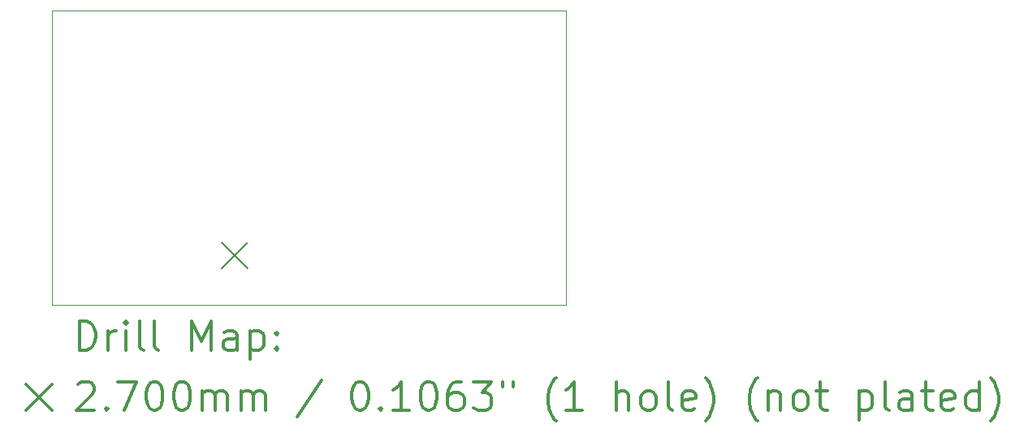
<source format=gbr>
%FSLAX45Y45*%
G04 Gerber Fmt 4.5, Leading zero omitted, Abs format (unit mm)*
G04 Created by KiCad (PCBNEW (5.1.10)-1) date 2021-06-01 12:55:46*
%MOMM*%
%LPD*%
G01*
G04 APERTURE LIST*
%TA.AperFunction,Profile*%
%ADD10C,0.050000*%
%TD*%
%ADD11C,0.200000*%
%ADD12C,0.300000*%
G04 APERTURE END LIST*
D10*
X8760000Y-11600000D02*
X8780000Y-11600000D01*
X8760000Y-14680000D02*
X8760000Y-11600000D01*
X14120000Y-14680000D02*
X8760000Y-14680000D01*
X14120000Y-11600000D02*
X14120000Y-14680000D01*
X8780000Y-11600000D02*
X14120000Y-11600000D01*
D11*
X10530000Y-14025000D02*
X10800000Y-14295000D01*
X10800000Y-14025000D02*
X10530000Y-14295000D01*
D12*
X9043928Y-15148214D02*
X9043928Y-14848214D01*
X9115357Y-14848214D01*
X9158214Y-14862500D01*
X9186786Y-14891071D01*
X9201071Y-14919643D01*
X9215357Y-14976786D01*
X9215357Y-15019643D01*
X9201071Y-15076786D01*
X9186786Y-15105357D01*
X9158214Y-15133929D01*
X9115357Y-15148214D01*
X9043928Y-15148214D01*
X9343928Y-15148214D02*
X9343928Y-14948214D01*
X9343928Y-15005357D02*
X9358214Y-14976786D01*
X9372500Y-14962500D01*
X9401071Y-14948214D01*
X9429643Y-14948214D01*
X9529643Y-15148214D02*
X9529643Y-14948214D01*
X9529643Y-14848214D02*
X9515357Y-14862500D01*
X9529643Y-14876786D01*
X9543928Y-14862500D01*
X9529643Y-14848214D01*
X9529643Y-14876786D01*
X9715357Y-15148214D02*
X9686786Y-15133929D01*
X9672500Y-15105357D01*
X9672500Y-14848214D01*
X9872500Y-15148214D02*
X9843928Y-15133929D01*
X9829643Y-15105357D01*
X9829643Y-14848214D01*
X10215357Y-15148214D02*
X10215357Y-14848214D01*
X10315357Y-15062500D01*
X10415357Y-14848214D01*
X10415357Y-15148214D01*
X10686786Y-15148214D02*
X10686786Y-14991071D01*
X10672500Y-14962500D01*
X10643928Y-14948214D01*
X10586786Y-14948214D01*
X10558214Y-14962500D01*
X10686786Y-15133929D02*
X10658214Y-15148214D01*
X10586786Y-15148214D01*
X10558214Y-15133929D01*
X10543928Y-15105357D01*
X10543928Y-15076786D01*
X10558214Y-15048214D01*
X10586786Y-15033929D01*
X10658214Y-15033929D01*
X10686786Y-15019643D01*
X10829643Y-14948214D02*
X10829643Y-15248214D01*
X10829643Y-14962500D02*
X10858214Y-14948214D01*
X10915357Y-14948214D01*
X10943928Y-14962500D01*
X10958214Y-14976786D01*
X10972500Y-15005357D01*
X10972500Y-15091071D01*
X10958214Y-15119643D01*
X10943928Y-15133929D01*
X10915357Y-15148214D01*
X10858214Y-15148214D01*
X10829643Y-15133929D01*
X11101071Y-15119643D02*
X11115357Y-15133929D01*
X11101071Y-15148214D01*
X11086786Y-15133929D01*
X11101071Y-15119643D01*
X11101071Y-15148214D01*
X11101071Y-14962500D02*
X11115357Y-14976786D01*
X11101071Y-14991071D01*
X11086786Y-14976786D01*
X11101071Y-14962500D01*
X11101071Y-14991071D01*
X8487500Y-15507500D02*
X8757500Y-15777500D01*
X8757500Y-15507500D02*
X8487500Y-15777500D01*
X9029643Y-15506786D02*
X9043928Y-15492500D01*
X9072500Y-15478214D01*
X9143928Y-15478214D01*
X9172500Y-15492500D01*
X9186786Y-15506786D01*
X9201071Y-15535357D01*
X9201071Y-15563929D01*
X9186786Y-15606786D01*
X9015357Y-15778214D01*
X9201071Y-15778214D01*
X9329643Y-15749643D02*
X9343928Y-15763929D01*
X9329643Y-15778214D01*
X9315357Y-15763929D01*
X9329643Y-15749643D01*
X9329643Y-15778214D01*
X9443928Y-15478214D02*
X9643928Y-15478214D01*
X9515357Y-15778214D01*
X9815357Y-15478214D02*
X9843928Y-15478214D01*
X9872500Y-15492500D01*
X9886786Y-15506786D01*
X9901071Y-15535357D01*
X9915357Y-15592500D01*
X9915357Y-15663929D01*
X9901071Y-15721071D01*
X9886786Y-15749643D01*
X9872500Y-15763929D01*
X9843928Y-15778214D01*
X9815357Y-15778214D01*
X9786786Y-15763929D01*
X9772500Y-15749643D01*
X9758214Y-15721071D01*
X9743928Y-15663929D01*
X9743928Y-15592500D01*
X9758214Y-15535357D01*
X9772500Y-15506786D01*
X9786786Y-15492500D01*
X9815357Y-15478214D01*
X10101071Y-15478214D02*
X10129643Y-15478214D01*
X10158214Y-15492500D01*
X10172500Y-15506786D01*
X10186786Y-15535357D01*
X10201071Y-15592500D01*
X10201071Y-15663929D01*
X10186786Y-15721071D01*
X10172500Y-15749643D01*
X10158214Y-15763929D01*
X10129643Y-15778214D01*
X10101071Y-15778214D01*
X10072500Y-15763929D01*
X10058214Y-15749643D01*
X10043928Y-15721071D01*
X10029643Y-15663929D01*
X10029643Y-15592500D01*
X10043928Y-15535357D01*
X10058214Y-15506786D01*
X10072500Y-15492500D01*
X10101071Y-15478214D01*
X10329643Y-15778214D02*
X10329643Y-15578214D01*
X10329643Y-15606786D02*
X10343928Y-15592500D01*
X10372500Y-15578214D01*
X10415357Y-15578214D01*
X10443928Y-15592500D01*
X10458214Y-15621071D01*
X10458214Y-15778214D01*
X10458214Y-15621071D02*
X10472500Y-15592500D01*
X10501071Y-15578214D01*
X10543928Y-15578214D01*
X10572500Y-15592500D01*
X10586786Y-15621071D01*
X10586786Y-15778214D01*
X10729643Y-15778214D02*
X10729643Y-15578214D01*
X10729643Y-15606786D02*
X10743928Y-15592500D01*
X10772500Y-15578214D01*
X10815357Y-15578214D01*
X10843928Y-15592500D01*
X10858214Y-15621071D01*
X10858214Y-15778214D01*
X10858214Y-15621071D02*
X10872500Y-15592500D01*
X10901071Y-15578214D01*
X10943928Y-15578214D01*
X10972500Y-15592500D01*
X10986786Y-15621071D01*
X10986786Y-15778214D01*
X11572500Y-15463929D02*
X11315357Y-15849643D01*
X11958214Y-15478214D02*
X11986786Y-15478214D01*
X12015357Y-15492500D01*
X12029643Y-15506786D01*
X12043928Y-15535357D01*
X12058214Y-15592500D01*
X12058214Y-15663929D01*
X12043928Y-15721071D01*
X12029643Y-15749643D01*
X12015357Y-15763929D01*
X11986786Y-15778214D01*
X11958214Y-15778214D01*
X11929643Y-15763929D01*
X11915357Y-15749643D01*
X11901071Y-15721071D01*
X11886786Y-15663929D01*
X11886786Y-15592500D01*
X11901071Y-15535357D01*
X11915357Y-15506786D01*
X11929643Y-15492500D01*
X11958214Y-15478214D01*
X12186786Y-15749643D02*
X12201071Y-15763929D01*
X12186786Y-15778214D01*
X12172500Y-15763929D01*
X12186786Y-15749643D01*
X12186786Y-15778214D01*
X12486786Y-15778214D02*
X12315357Y-15778214D01*
X12401071Y-15778214D02*
X12401071Y-15478214D01*
X12372500Y-15521071D01*
X12343928Y-15549643D01*
X12315357Y-15563929D01*
X12672500Y-15478214D02*
X12701071Y-15478214D01*
X12729643Y-15492500D01*
X12743928Y-15506786D01*
X12758214Y-15535357D01*
X12772500Y-15592500D01*
X12772500Y-15663929D01*
X12758214Y-15721071D01*
X12743928Y-15749643D01*
X12729643Y-15763929D01*
X12701071Y-15778214D01*
X12672500Y-15778214D01*
X12643928Y-15763929D01*
X12629643Y-15749643D01*
X12615357Y-15721071D01*
X12601071Y-15663929D01*
X12601071Y-15592500D01*
X12615357Y-15535357D01*
X12629643Y-15506786D01*
X12643928Y-15492500D01*
X12672500Y-15478214D01*
X13029643Y-15478214D02*
X12972500Y-15478214D01*
X12943928Y-15492500D01*
X12929643Y-15506786D01*
X12901071Y-15549643D01*
X12886786Y-15606786D01*
X12886786Y-15721071D01*
X12901071Y-15749643D01*
X12915357Y-15763929D01*
X12943928Y-15778214D01*
X13001071Y-15778214D01*
X13029643Y-15763929D01*
X13043928Y-15749643D01*
X13058214Y-15721071D01*
X13058214Y-15649643D01*
X13043928Y-15621071D01*
X13029643Y-15606786D01*
X13001071Y-15592500D01*
X12943928Y-15592500D01*
X12915357Y-15606786D01*
X12901071Y-15621071D01*
X12886786Y-15649643D01*
X13158214Y-15478214D02*
X13343928Y-15478214D01*
X13243928Y-15592500D01*
X13286786Y-15592500D01*
X13315357Y-15606786D01*
X13329643Y-15621071D01*
X13343928Y-15649643D01*
X13343928Y-15721071D01*
X13329643Y-15749643D01*
X13315357Y-15763929D01*
X13286786Y-15778214D01*
X13201071Y-15778214D01*
X13172500Y-15763929D01*
X13158214Y-15749643D01*
X13458214Y-15478214D02*
X13458214Y-15535357D01*
X13572500Y-15478214D02*
X13572500Y-15535357D01*
X14015357Y-15892500D02*
X14001071Y-15878214D01*
X13972500Y-15835357D01*
X13958214Y-15806786D01*
X13943928Y-15763929D01*
X13929643Y-15692500D01*
X13929643Y-15635357D01*
X13943928Y-15563929D01*
X13958214Y-15521071D01*
X13972500Y-15492500D01*
X14001071Y-15449643D01*
X14015357Y-15435357D01*
X14286786Y-15778214D02*
X14115357Y-15778214D01*
X14201071Y-15778214D02*
X14201071Y-15478214D01*
X14172500Y-15521071D01*
X14143928Y-15549643D01*
X14115357Y-15563929D01*
X14643928Y-15778214D02*
X14643928Y-15478214D01*
X14772500Y-15778214D02*
X14772500Y-15621071D01*
X14758214Y-15592500D01*
X14729643Y-15578214D01*
X14686786Y-15578214D01*
X14658214Y-15592500D01*
X14643928Y-15606786D01*
X14958214Y-15778214D02*
X14929643Y-15763929D01*
X14915357Y-15749643D01*
X14901071Y-15721071D01*
X14901071Y-15635357D01*
X14915357Y-15606786D01*
X14929643Y-15592500D01*
X14958214Y-15578214D01*
X15001071Y-15578214D01*
X15029643Y-15592500D01*
X15043928Y-15606786D01*
X15058214Y-15635357D01*
X15058214Y-15721071D01*
X15043928Y-15749643D01*
X15029643Y-15763929D01*
X15001071Y-15778214D01*
X14958214Y-15778214D01*
X15229643Y-15778214D02*
X15201071Y-15763929D01*
X15186786Y-15735357D01*
X15186786Y-15478214D01*
X15458214Y-15763929D02*
X15429643Y-15778214D01*
X15372500Y-15778214D01*
X15343928Y-15763929D01*
X15329643Y-15735357D01*
X15329643Y-15621071D01*
X15343928Y-15592500D01*
X15372500Y-15578214D01*
X15429643Y-15578214D01*
X15458214Y-15592500D01*
X15472500Y-15621071D01*
X15472500Y-15649643D01*
X15329643Y-15678214D01*
X15572500Y-15892500D02*
X15586786Y-15878214D01*
X15615357Y-15835357D01*
X15629643Y-15806786D01*
X15643928Y-15763929D01*
X15658214Y-15692500D01*
X15658214Y-15635357D01*
X15643928Y-15563929D01*
X15629643Y-15521071D01*
X15615357Y-15492500D01*
X15586786Y-15449643D01*
X15572500Y-15435357D01*
X16115357Y-15892500D02*
X16101071Y-15878214D01*
X16072500Y-15835357D01*
X16058214Y-15806786D01*
X16043928Y-15763929D01*
X16029643Y-15692500D01*
X16029643Y-15635357D01*
X16043928Y-15563929D01*
X16058214Y-15521071D01*
X16072500Y-15492500D01*
X16101071Y-15449643D01*
X16115357Y-15435357D01*
X16229643Y-15578214D02*
X16229643Y-15778214D01*
X16229643Y-15606786D02*
X16243928Y-15592500D01*
X16272500Y-15578214D01*
X16315357Y-15578214D01*
X16343928Y-15592500D01*
X16358214Y-15621071D01*
X16358214Y-15778214D01*
X16543928Y-15778214D02*
X16515357Y-15763929D01*
X16501071Y-15749643D01*
X16486786Y-15721071D01*
X16486786Y-15635357D01*
X16501071Y-15606786D01*
X16515357Y-15592500D01*
X16543928Y-15578214D01*
X16586786Y-15578214D01*
X16615357Y-15592500D01*
X16629643Y-15606786D01*
X16643928Y-15635357D01*
X16643928Y-15721071D01*
X16629643Y-15749643D01*
X16615357Y-15763929D01*
X16586786Y-15778214D01*
X16543928Y-15778214D01*
X16729643Y-15578214D02*
X16843928Y-15578214D01*
X16772500Y-15478214D02*
X16772500Y-15735357D01*
X16786786Y-15763929D01*
X16815357Y-15778214D01*
X16843928Y-15778214D01*
X17172500Y-15578214D02*
X17172500Y-15878214D01*
X17172500Y-15592500D02*
X17201071Y-15578214D01*
X17258214Y-15578214D01*
X17286786Y-15592500D01*
X17301071Y-15606786D01*
X17315357Y-15635357D01*
X17315357Y-15721071D01*
X17301071Y-15749643D01*
X17286786Y-15763929D01*
X17258214Y-15778214D01*
X17201071Y-15778214D01*
X17172500Y-15763929D01*
X17486786Y-15778214D02*
X17458214Y-15763929D01*
X17443928Y-15735357D01*
X17443928Y-15478214D01*
X17729643Y-15778214D02*
X17729643Y-15621071D01*
X17715357Y-15592500D01*
X17686786Y-15578214D01*
X17629643Y-15578214D01*
X17601071Y-15592500D01*
X17729643Y-15763929D02*
X17701071Y-15778214D01*
X17629643Y-15778214D01*
X17601071Y-15763929D01*
X17586786Y-15735357D01*
X17586786Y-15706786D01*
X17601071Y-15678214D01*
X17629643Y-15663929D01*
X17701071Y-15663929D01*
X17729643Y-15649643D01*
X17829643Y-15578214D02*
X17943928Y-15578214D01*
X17872500Y-15478214D02*
X17872500Y-15735357D01*
X17886786Y-15763929D01*
X17915357Y-15778214D01*
X17943928Y-15778214D01*
X18158214Y-15763929D02*
X18129643Y-15778214D01*
X18072500Y-15778214D01*
X18043928Y-15763929D01*
X18029643Y-15735357D01*
X18029643Y-15621071D01*
X18043928Y-15592500D01*
X18072500Y-15578214D01*
X18129643Y-15578214D01*
X18158214Y-15592500D01*
X18172500Y-15621071D01*
X18172500Y-15649643D01*
X18029643Y-15678214D01*
X18429643Y-15778214D02*
X18429643Y-15478214D01*
X18429643Y-15763929D02*
X18401071Y-15778214D01*
X18343928Y-15778214D01*
X18315357Y-15763929D01*
X18301071Y-15749643D01*
X18286786Y-15721071D01*
X18286786Y-15635357D01*
X18301071Y-15606786D01*
X18315357Y-15592500D01*
X18343928Y-15578214D01*
X18401071Y-15578214D01*
X18429643Y-15592500D01*
X18543928Y-15892500D02*
X18558214Y-15878214D01*
X18586786Y-15835357D01*
X18601071Y-15806786D01*
X18615357Y-15763929D01*
X18629643Y-15692500D01*
X18629643Y-15635357D01*
X18615357Y-15563929D01*
X18601071Y-15521071D01*
X18586786Y-15492500D01*
X18558214Y-15449643D01*
X18543928Y-15435357D01*
M02*

</source>
